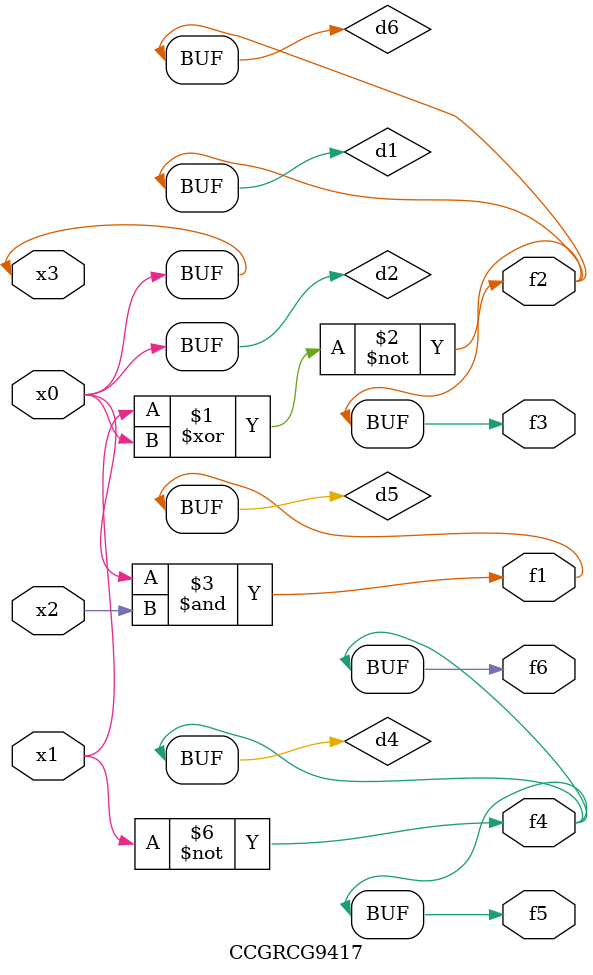
<source format=v>
module CCGRCG9417(
	input x0, x1, x2, x3,
	output f1, f2, f3, f4, f5, f6
);

	wire d1, d2, d3, d4, d5, d6;

	xnor (d1, x1, x3);
	buf (d2, x0, x3);
	nand (d3, x0, x2);
	not (d4, x1);
	nand (d5, d3);
	or (d6, d1);
	assign f1 = d5;
	assign f2 = d6;
	assign f3 = d6;
	assign f4 = d4;
	assign f5 = d4;
	assign f6 = d4;
endmodule

</source>
